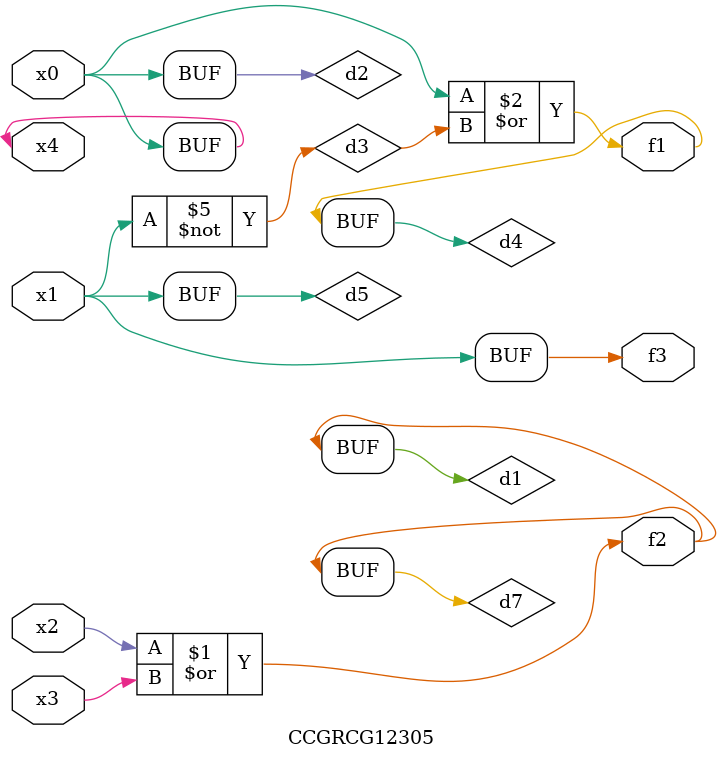
<source format=v>
module CCGRCG12305(
	input x0, x1, x2, x3, x4,
	output f1, f2, f3
);

	wire d1, d2, d3, d4, d5, d6, d7;

	or (d1, x2, x3);
	buf (d2, x0, x4);
	not (d3, x1);
	or (d4, d2, d3);
	not (d5, d3);
	nand (d6, d1, d3);
	or (d7, d1);
	assign f1 = d4;
	assign f2 = d7;
	assign f3 = d5;
endmodule

</source>
